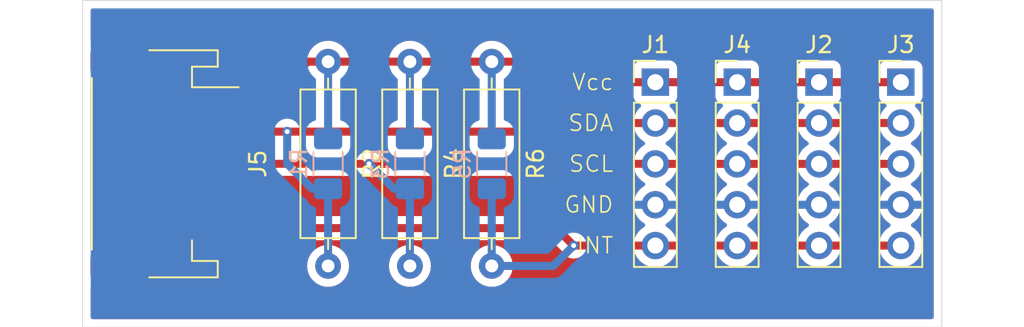
<source format=kicad_pcb>
(kicad_pcb (version 20240108) (generator "pcbnew") (generator_version "8.0")
  (title_block (title "DDT I2C Protocol BreakBoard") (date "2024-08-19") (rev "r1") (company "Dcc DIY Tools"))
  (layers (0 "F.Cu" signal) (31 "B.Cu" signal) (34 "B.Paste" user) (35 "F.Paste" user) (36 "B.SilkS" user "B.Silkscreen") (37 "F.SilkS" user "F.Silkscreen") (38 "B.Mask" user) (39 "F.Mask" user) (44 "Edge.Cuts" user))
  (net 0 "")
  (net 1 "/VCC")
  (net 2 "/SCL")
  (net 3 "/GND")
  (net 4 "/SDA")
  (net 5 "/INT")
  (footprint "Connector_PinHeader_2.54mm:PinHeader_1x05_P2.54mm_Vertical" (layer "F.Cu") (at 142.24 71.125)
    (property "Reference" "J4" (at 0 -2.33 0) (layer "F.SilkS"))
    (property "Value" "Pin_01x05" (hide yes))
    (fp_line (start -1.33 -1.33) (end 0 -1.33) (stroke (width 0.12)) (layer "F.SilkS"))
    (fp_line (start -1.33 0) (end -1.33 -1.33) (stroke (width 0.12)) (layer "F.SilkS"))
    (fp_line (start -1.33 1.27) (end -1.33 11.49) (stroke (width 0.12)) (layer "F.SilkS"))
    (fp_line (start -1.33 1.27) (end 1.33 1.27) (stroke (width 0.12)) (layer "F.SilkS"))
    (fp_line (start -1.33 11.49) (end 1.33 11.49) (stroke (width 0.12)) (layer "F.SilkS"))
    (fp_line (start 1.33 1.27) (end 1.33 11.49) (stroke (width 0.12)) (layer "F.SilkS"))
    (pad "1" thru_hole rect (at 0 0) (size 1.7 1.7) (drill 1) (layers "*.Cu" "*.Mask") (net 1 "/VCC"))
    (pad "2" thru_hole oval (at 0 2.54) (size 1.7 1.7) (drill 1) (layers "*.Cu" "*.Mask") (net 4 "/SDA"))
    (pad "3" thru_hole oval (at 0 5.08) (size 1.7 1.7) (drill 1) (layers "*.Cu" "*.Mask") (net 2 "/SCL"))
    (pad "4" thru_hole oval (at 0 7.62) (size 1.7 1.7) (drill 1) (layers "*.Cu" "*.Mask") (net 3 "/GND"))
    (pad "5" thru_hole oval (at 0 10.16) (size 1.7 1.7) (drill 1) (layers "*.Cu" "*.Mask") (net 5 "/INT"))
  )
  (footprint "Connector_PinHeader_2.54mm:PinHeader_1x05_P2.54mm_Vertical" (layer "F.Cu") (at 147.32 71.125)
    (property "Reference" "J2" (at 0 -2.33 0) (layer "F.SilkS"))
    (property "Value" "Pin_01x05" (hide yes))
    (fp_line (start -1.33 -1.33) (end 0 -1.33) (stroke (width 0.12)) (layer "F.SilkS"))
    (fp_line (start -1.33 0) (end -1.33 -1.33) (stroke (width 0.12)) (layer "F.SilkS"))
    (fp_line (start -1.33 1.27) (end -1.33 11.49) (stroke (width 0.12)) (layer "F.SilkS"))
    (fp_line (start -1.33 1.27) (end 1.33 1.27) (stroke (width 0.12)) (layer "F.SilkS"))
    (fp_line (start -1.33 11.49) (end 1.33 11.49) (stroke (width 0.12)) (layer "F.SilkS"))
    (fp_line (start 1.33 1.27) (end 1.33 11.49) (stroke (width 0.12)) (layer "F.SilkS"))
    (pad "1" thru_hole rect (at 0 0) (size 1.7 1.7) (drill 1) (layers "*.Cu" "*.Mask") (net 1 "/VCC"))
    (pad "2" thru_hole oval (at 0 2.54) (size 1.7 1.7) (drill 1) (layers "*.Cu" "*.Mask") (net 4 "/SDA"))
    (pad "3" thru_hole oval (at 0 5.08) (size 1.7 1.7) (drill 1) (layers "*.Cu" "*.Mask") (net 2 "/SCL"))
    (pad "4" thru_hole oval (at 0 7.62) (size 1.7 1.7) (drill 1) (layers "*.Cu" "*.Mask") (net 3 "/GND"))
    (pad "5" thru_hole oval (at 0 10.16) (size 1.7 1.7) (drill 1) (layers "*.Cu" "*.Mask") (net 5 "/INT"))
  )
  (footprint "Connector_PinHeader_2.54mm:PinHeader_1x05_P2.54mm_Vertical" (layer "F.Cu") (at 137.16 71.125)
    (property "Reference" "J1" (at 0 -2.33 0) (layer "F.SilkS"))
    (property "Value" "Pin_01x05")
    (fp_line (start -1.33 -1.33) (end 0 -1.33) (stroke (width 0.12)) (layer "F.SilkS"))
    (fp_line (start -1.33 0) (end -1.33 -1.33) (stroke (width 0.12)) (layer "F.SilkS"))
    (fp_line (start -1.33 1.27) (end -1.33 11.49) (stroke (width 0.12)) (layer "F.SilkS"))
    (fp_line (start -1.33 1.27) (end 1.33 1.27) (stroke (width 0.12)) (layer "F.SilkS"))
    (fp_line (start -1.33 11.49) (end 1.33 11.49) (stroke (width 0.12)) (layer "F.SilkS"))
    (fp_line (start 1.33 1.27) (end 1.33 11.49) (stroke (width 0.12)) (layer "F.SilkS"))
    (pad "1" thru_hole rect (at 0 0) (size 1.7 1.7) (drill 1) (layers "*.Cu" "*.Mask") (net 1 "/VCC"))
    (pad "2" thru_hole oval (at 0 2.54) (size 1.7 1.7) (drill 1) (layers "*.Cu" "*.Mask") (net 4 "/SDA"))
    (pad "3" thru_hole oval (at 0 5.08) (size 1.7 1.7) (drill 1) (layers "*.Cu" "*.Mask") (net 2 "/SCL"))
    (pad "4" thru_hole oval (at 0 7.62) (size 1.7 1.7) (drill 1) (layers "*.Cu" "*.Mask") (net 3 "/GND"))
    (pad "5" thru_hole oval (at 0 10.16) (size 1.7 1.7) (drill 1) (layers "*.Cu" "*.Mask") (net 5 "/INT"))
  )
  (footprint "Resistor_THT:R_Axial_DIN0309_L9.0mm_D3.2mm_P12.70mm_Horizontal" (layer "F.Cu") (at 121.92 69.85 -90)
    (property "Reference" "R4" (at 6.35 -2.72 90) (layer "F.SilkS"))
    (property "Value" "1K")
    (fp_line (start 1.73 1.72) (end 10.97 1.72) (stroke (width 0.12)) (layer "F.SilkS"))
    (fp_line (start 10.97 1.72) (end 10.97 -1.72) (stroke (width 0.12)) (layer "F.SilkS"))
    (fp_line (start 1.04 0) (end 1.73 0) (stroke (width 0.12)) (layer "F.SilkS"))
    (fp_line (start 11.66 0) (end 10.97 0) (stroke (width 0.12)) (layer "F.SilkS"))
    (fp_line (start 1.73 -1.72) (end 1.73 1.72) (stroke (width 0.12)) (layer "F.SilkS"))
    (fp_line (start 10.97 -1.72) (end 1.73 -1.72) (stroke (width 0.12)) (layer "F.SilkS"))
    (pad "1" thru_hole circle (at 0 0 270) (size 1.6 1.6) (drill 0.8) (layers "*.Cu" "*.Mask") (net 1 "/VCC"))
    (pad "2" thru_hole oval (at 12.7 0 270) (size 1.6 1.6) (drill 0.8) (layers "*.Cu" "*.Mask") (net 2 "/SCL"))
  )
  (footprint "Resistor_THT:R_Axial_DIN0309_L9.0mm_D3.2mm_P12.70mm_Horizontal" (layer "F.Cu") (at 127 69.85 -90)
    (property "Reference" "R6" (at 6.35 -2.72 90) (layer "F.SilkS"))
    (property "Value" "1K")
    (fp_line (start 1.73 1.72) (end 10.97 1.72) (stroke (width 0.12)) (layer "F.SilkS"))
    (fp_line (start 10.97 1.72) (end 10.97 -1.72) (stroke (width 0.12)) (layer "F.SilkS"))
    (fp_line (start 1.04 0) (end 1.73 0) (stroke (width 0.12)) (layer "F.SilkS"))
    (fp_line (start 11.66 0) (end 10.97 0) (stroke (width 0.12)) (layer "F.SilkS"))
    (fp_line (start 1.73 -1.72) (end 1.73 1.72) (stroke (width 0.12)) (layer "F.SilkS"))
    (fp_line (start 10.97 -1.72) (end 1.73 -1.72) (stroke (width 0.12)) (layer "F.SilkS"))
    (pad "1" thru_hole circle (at 0 0 270) (size 1.6 1.6) (drill 0.8) (layers "*.Cu" "*.Mask") (net 1 "/VCC"))
    (pad "2" thru_hole oval (at 12.7 0 270) (size 1.6 1.6) (drill 0.8) (layers "*.Cu" "*.Mask") (net 5 "/INT"))
  )
  (footprint "Resistor_THT:R_Axial_DIN0309_L9.0mm_D3.2mm_P12.70mm_Horizontal" (layer "F.Cu") (at 116.84 69.85 -90)
    (property "Reference" "R2" (at 6.35 -2.72 90) (layer "F.SilkS"))
    (property "Value" "1K")
    (fp_line (start 1.73 1.72) (end 10.97 1.72) (stroke (width 0.12)) (layer "F.SilkS"))
    (fp_line (start 10.97 1.72) (end 10.97 -1.72) (stroke (width 0.12)) (layer "F.SilkS"))
    (fp_line (start 1.04 0) (end 1.73 0) (stroke (width 0.12)) (layer "F.SilkS"))
    (fp_line (start 11.66 0) (end 10.97 0) (stroke (width 0.12)) (layer "F.SilkS"))
    (fp_line (start 1.73 -1.72) (end 1.73 1.72) (stroke (width 0.12)) (layer "F.SilkS"))
    (fp_line (start 10.97 -1.72) (end 1.73 -1.72) (stroke (width 0.12)) (layer "F.SilkS"))
    (pad "1" thru_hole circle (at 0 0 270) (size 1.6 1.6) (drill 0.8) (layers "*.Cu" "*.Mask") (net 1 "/VCC"))
    (pad "2" thru_hole oval (at 12.7 0 270) (size 1.6 1.6) (drill 0.8) (layers "*.Cu" "*.Mask") (net 4 "/SDA"))
  )
  (footprint "Connector_PinHeader_2.54mm:PinHeader_1x05_P2.54mm_Vertical" (layer "F.Cu") (at 152.4 71.125)
    (property "Reference" "J3" (at 0 -2.33 0) (layer "F.SilkS"))
    (property "Value" "Pin_01x05" (hide yes))
    (fp_line (start -1.33 -1.33) (end 0 -1.33) (stroke (width 0.12)) (layer "F.SilkS"))
    (fp_line (start -1.33 0) (end -1.33 -1.33) (stroke (width 0.12)) (layer "F.SilkS"))
    (fp_line (start -1.33 1.27) (end -1.33 11.49) (stroke (width 0.12)) (layer "F.SilkS"))
    (fp_line (start -1.33 1.27) (end 1.33 1.27) (stroke (width 0.12)) (layer "F.SilkS"))
    (fp_line (start -1.33 11.49) (end 1.33 11.49) (stroke (width 0.12)) (layer "F.SilkS"))
    (fp_line (start 1.33 1.27) (end 1.33 11.49) (stroke (width 0.12)) (layer "F.SilkS"))
    (pad "1" thru_hole rect (at 0 0) (size 1.7 1.7) (drill 1) (layers "*.Cu" "*.Mask") (net 1 "/VCC"))
    (pad "2" thru_hole oval (at 0 2.54) (size 1.7 1.7) (drill 1) (layers "*.Cu" "*.Mask") (net 4 "/SDA"))
    (pad "3" thru_hole oval (at 0 5.08) (size 1.7 1.7) (drill 1) (layers "*.Cu" "*.Mask") (net 2 "/SCL"))
    (pad "4" thru_hole oval (at 0 7.62) (size 1.7 1.7) (drill 1) (layers "*.Cu" "*.Mask") (net 3 "/GND"))
    (pad "5" thru_hole oval (at 0 10.16) (size 1.7 1.7) (drill 1) (layers "*.Cu" "*.Mask") (net 5 "/INT"))
  )
  (footprint "Connector_JST:JST_PH_S5B-PH-SM4-TB_1x05-1MP_P2.00mm_Horizontal" (layer "F.Cu") (at 106.68 76.2 -90)
    (property "Reference" "J5" (at 0 -5.8 90) (layer "F.SilkS"))
    (property "Value" "S5B-PH-SM4-TB")
    (fp_line (start -5.34 4.51) (end 5.34 4.51) (stroke (width 0.12)) (layer "F.SilkS"))
    (fp_line (start -7.06 0.94) (end -7.06 -3.31) (stroke (width 0.12)) (layer "F.SilkS"))
    (fp_line (start 7.06 0.94) (end 7.06 -3.31) (stroke (width 0.12)) (layer "F.SilkS"))
    (fp_line (start -6.04 -1.71) (end -4.76 -1.71) (stroke (width 0.12)) (layer "F.SilkS"))
    (fp_line (start -4.76 -1.71) (end -4.76 -4.6) (stroke (width 0.12)) (layer "F.SilkS"))
    (fp_line (start 6.04 -1.71) (end 4.76 -1.71) (stroke (width 0.12)) (layer "F.SilkS"))
    (fp_line (start -7.06 -3.31) (end -6.04 -3.31) (stroke (width 0.12)) (layer "F.SilkS"))
    (fp_line (start -6.04 -3.31) (end -6.04 -1.71) (stroke (width 0.12)) (layer "F.SilkS"))
    (fp_line (start 6.04 -3.31) (end 6.04 -1.71) (stroke (width 0.12)) (layer "F.SilkS"))
    (fp_line (start 7.06 -3.31) (end 6.04 -3.31) (stroke (width 0.12)) (layer "F.SilkS"))
    (pad "1" smd roundrect (at -4 -2.85 270) (size 1 3.5) (layers "F.Cu" "F.Paste" "F.Mask") (net 1 "/VCC"))
    (pad "2" smd roundrect (at -2 -2.85 270) (size 1 3.5) (layers "F.Cu" "F.Paste" "F.Mask") (net 4 "/SDA"))
    (pad "3" smd roundrect (at 0 -2.85 270) (size 1 3.5) (layers "F.Cu" "F.Paste" "F.Mask") (net 2 "/SCL"))
    (pad "4" smd roundrect (at 2 -2.85 270) (size 1 3.5) (layers "F.Cu" "F.Paste" "F.Mask") (net 3 "/GND"))
    (pad "5" smd roundrect (at 4 -2.85 270) (size 1 3.5) (layers "F.Cu" "F.Paste" "F.Mask") (net 5 "/INT"))
    (pad "MP" smd roundrect (at -6.35 2.9 270) (size 1.5 3.4) (layers "F.Cu" "F.Paste" "F.Mask") (roundrect_rratio 0.166667) (net 3 "/GND"))
    (pad "MP" smd roundrect (at 6.35 2.9 270) (size 1.5 3.4) (layers "F.Cu" "F.Paste" "F.Mask") (roundrect_rratio 0.166667) (net 3 "/GND"))
  )
  (footprint "Resistor_SMD:R_1206_3216Metric_Pad1.30x1.75mm_HandSolder" (layer "B.Cu") (at 116.84 76.2 -90)
    (property "Reference" "R1" (at 0 1.82 90) (layer "B.SilkS") (effects (justify mirror)))
    (property "Value" "1K")
    (fp_line (start 0.727064 0.91) (end -0.727064 0.91) (stroke (width 0.12)) (layer "B.SilkS"))
    (fp_line (start 0.727064 -0.91) (end -0.727064 -0.91) (stroke (width 0.12)) (layer "B.SilkS"))
    (pad "1" smd roundrect (at -1.55 0 270) (size 1.3 1.75) (layers "B.Cu" "B.Paste" "B.Mask") (roundrect_rratio 0.192308) (net 1 "/VCC"))
    (pad "2" smd roundrect (at 1.55 0 270) (size 1.3 1.75) (layers "B.Cu" "B.Paste" "B.Mask") (roundrect_rratio 0.192308) (net 4 "/SDA"))
  )
  (footprint "Resistor_SMD:R_1206_3216Metric_Pad1.30x1.75mm_HandSolder" (layer "B.Cu") (at 121.92 76.2 -90)
    (property "Reference" "R3" (at 0 1.82 90) (layer "B.SilkS") (effects (justify mirror)))
    (property "Value" "1K")
    (fp_line (start 0.727064 0.91) (end -0.727064 0.91) (stroke (width 0.12)) (layer "B.SilkS"))
    (fp_line (start 0.727064 -0.91) (end -0.727064 -0.91) (stroke (width 0.12)) (layer "B.SilkS"))
    (pad "1" smd roundrect (at -1.55 0 270) (size 1.3 1.75) (layers "B.Cu" "B.Paste" "B.Mask") (roundrect_rratio 0.192308) (net 1 "/VCC"))
    (pad "2" smd roundrect (at 1.55 0 270) (size 1.3 1.75) (layers "B.Cu" "B.Paste" "B.Mask") (roundrect_rratio 0.192308) (net 2 "/SCL"))
  )
  (footprint "Resistor_SMD:R_1206_3216Metric_Pad1.30x1.75mm_HandSolder" (layer "B.Cu") (at 127 76.2 -90)
    (property "Reference" "R5" (at 0 1.82 90) (layer "B.SilkS") (effects (justify mirror)))
    (property "Value" "1K")
    (fp_line (start 0.727064 0.91) (end -0.727064 0.91) (stroke (width 0.12)) (layer "B.SilkS"))
    (fp_line (start 0.727064 -0.91) (end -0.727064 -0.91) (stroke (width 0.12)) (layer "B.SilkS"))
    (pad "1" smd roundrect (at -1.55 0 270) (size 1.3 1.75) (layers "B.Cu" "B.Paste" "B.Mask") (roundrect_rratio 0.192308) (net 1 "/VCC"))
    (pad "2" smd roundrect (at 1.55 0 270) (size 1.3 1.75) (layers "B.Cu" "B.Paste" "B.Mask") (roundrect_rratio 0.192308) (net 5 "/INT"))
  )
  (gr_rect (start 101.6 66.04) (end 154.94 86.36) (stroke (width 0.05)) (fill none) (layer "Edge.Cuts"))
  (gr_text "INT" (at 134.62 81.28 0) (layer "F.SilkS") (effects (font (size 1 1) (thickness 0.1)) (justify right)))
  (gr_text "Vcc" (at 134.62 71.12 0) (layer "F.SilkS") (effects (font (size 1 1) (thickness 0.1)) (justify right)))
  (gr_text "SCL\n" (at 134.62 76.2 0) (layer "F.SilkS") (effects (font (size 1 1) (thickness 0.1)) (justify right)))
  (gr_text "SDA" (at 134.62 73.66 0) (layer "F.SilkS") (effects (font (size 1 1) (thickness 0.1)) (justify right)))
  (gr_text "GND" (at 134.62 78.74 0) (layer "F.SilkS") (effects (font (size 1 1) (thickness 0.1)) (justify right)))
  (segment (start 116.84 69.85) (end 121.92 69.85) (width 0.5) (layer "F.Cu") (net 1))
  (segment (start 132.085 71.125) (end 137.16 71.125) (width 0.5) (layer "F.Cu") (net 1))
  (segment (start 113.22 72.2) (end 115.57 69.85) (width 0.5) (layer "F.Cu") (net 1))
  (segment (start 137.16 71.125) (end 142.24 71.125) (width 0.5) (layer "F.Cu") (net 1))
  (segment (start 142.24 71.125) (end 147.32 71.125) (width 0.5) (layer "F.Cu") (net 1))
  (segment (start 130.81 69.85) (end 132.085 71.125) (width 0.5) (layer "F.Cu") (net 1))
  (segment (start 147.32 71.125) (end 152.4 71.125) (width 0.5) (layer "F.Cu") (net 1))
  (segment (start 109.53 72.2) (end 113.22 72.2) (width 0.5) (layer "F.Cu") (net 1))
  (segment (start 115.57 69.85) (end 116.84 69.85) (width 0.5) (layer "F.Cu") (net 1))
  (segment (start 127 69.85) (end 130.81 69.85) (width 0.5) (layer "F.Cu") (net 1))
  (segment (start 121.92 69.85) (end 127 69.85) (width 0.5) (layer "F.Cu") (net 1))
  (segment (start 121.92 69.85) (end 121.92 74.65) (width 0.5) (layer "B.Cu") (net 1))
  (segment (start 116.84 69.85) (end 116.84 74.65) (width 0.5) (layer "B.Cu") (net 1))
  (segment (start 127 69.85) (end 127 74.65) (width 0.5) (layer "B.Cu") (net 1))
  (segment (start 142.24 76.205) (end 147.32 76.205) (width 0.5) (layer "F.Cu") (net 2))
  (segment (start 119.38 76.2) (end 137.155 76.2) (width 0.5) (layer "F.Cu") (net 2))
  (segment (start 137.16 76.205) (end 142.24 76.205) (width 0.5) (layer "F.Cu") (net 2))
  (segment (start 147.32 76.205) (end 152.4 76.205) (width 0.5) (layer "F.Cu") (net 2))
  (segment (start 109.53 76.2) (end 119.38 76.2) (width 0.5) (layer "F.Cu") (net 2))
  (segment (start 137.155 76.2) (end 137.16 76.205) (width 0.5) (layer "F.Cu") (net 2))
  (via (at 119.38 76.2) (size 0.6) (drill 0.3) (layers "F.Cu" "B.Cu") (net 2))
  (segment (start 121.92 77.75) (end 120.93 77.75) (width 0.5) (layer "B.Cu") (net 2))
  (segment (start 121.92 77.75) (end 121.92 82.55) (width 0.5) (layer "B.Cu") (net 2))
  (segment (start 120.93 77.75) (end 119.38 76.2) (width 0.5) (layer "B.Cu") (net 2))
  (segment (start 132.08 73.66) (end 134.62 73.66) (width 0.5) (layer "F.Cu") (net 4))
  (segment (start 134.625 73.665) (end 137.16 73.665) (width 0.5) (layer "F.Cu") (net 4))
  (segment (start 114.3 74.2) (end 131.54 74.2) (width 0.5) (layer "F.Cu") (net 4))
  (segment (start 109.53 74.2) (end 114.3 74.2) (width 0.5) (layer "F.Cu") (net 4))
  (segment (start 142.24 73.665) (end 137.16 73.665) (width 0.5) (layer "F.Cu") (net 4))
  (segment (start 147.32 73.665) (end 142.24 73.665) (width 0.5) (layer "F.Cu") (net 4))
  (segment (start 152.4 73.665) (end 147.32 73.665) (width 0.5) (layer "F.Cu") (net 4))
  (segment (start 134.62 73.66) (end 134.625 73.665) (width 0.5) (layer "F.Cu") (net 4))
  (segment (start 131.54 74.2) (end 132.08 73.66) (width 0.5) (layer "F.Cu") (net 4))
  (via (at 114.3 74.2) (size 0.6) (drill 0.3) (layers "F.Cu" "B.Cu") (net 4))
  (segment (start 114.3 76.2) (end 114.3 74.2) (width 0.5) (layer "B.Cu") (net 4))
  (segment (start 115.85 77.75) (end 114.3 76.2) (width 0.5) (layer "B.Cu") (net 4))
  (segment (start 116.84 77.75) (end 116.84 82.55) (width 0.5) (layer "B.Cu") (net 4))
  (segment (start 116.84 77.75) (end 115.85 77.75) (width 0.5) (layer "B.Cu") (net 4))
  (segment (start 132.085 81.285) (end 152.4 81.285) (width 0.5) (layer "F.Cu") (net 5))
  (segment (start 109.53 80.2) (end 131 80.2) (width 0.5) (layer "F.Cu") (net 5))
  (segment (start 131 80.2) (end 132.085 81.285) (width 0.5) (layer "F.Cu") (net 5))
  (via (at 132.085 81.285) (size 0.6) (drill 0.3) (layers "F.Cu" "B.Cu") (net 5))
  (segment (start 127 77.75) (end 127 82.55) (width 0.5) (layer "B.Cu") (net 5))
  (segment (start 127 82.55) (end 130.82 82.55) (width 0.5) (layer "B.Cu") (net 5))
  (segment (start 130.82 82.55) (end 132.085 81.285) (width 0.5) (layer "B.Cu") (net 5))
  (zone (net 3) (net_name "/GND") (layers "F&B.Cu") (connect_pads (clearance 0.5)) (min_thickness 0.25) (fill yes (thermal_gap 0.5) (thermal_bridge_width 0.5))
    (polygon (pts (xy 101.6 66.04) (xy 154.94 66.04) (xy 154.94 86.36) (xy 101.6 86.36)))
  )
)
</source>
